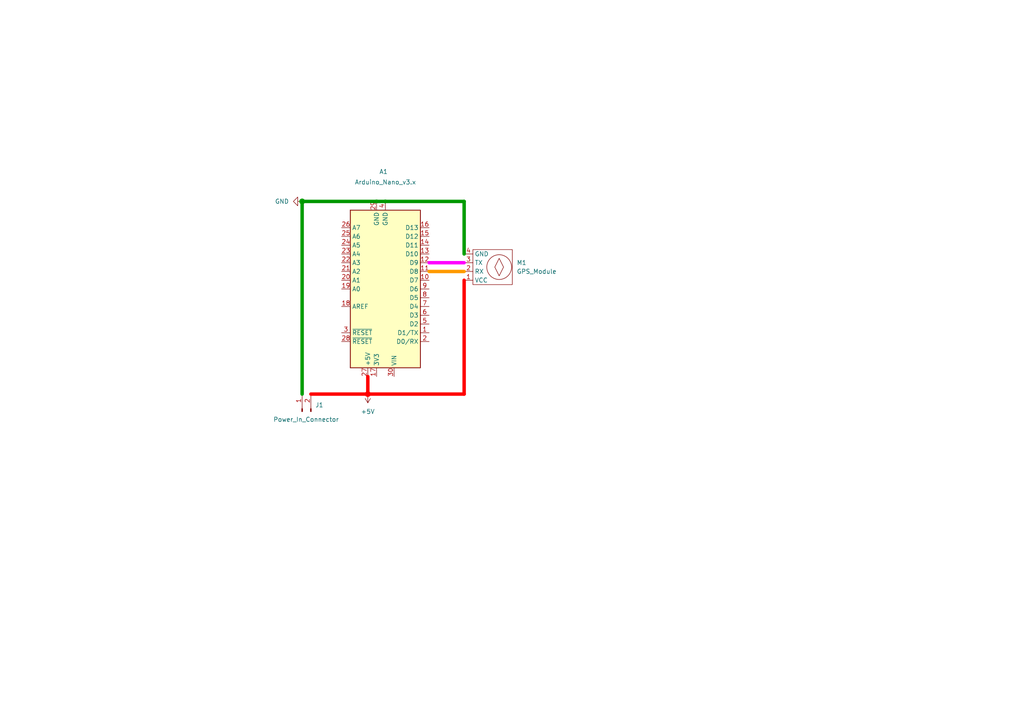
<source format=kicad_sch>
(kicad_sch
	(version 20250114)
	(generator "eeschema")
	(generator_version "9.0")
	(uuid "1e127e83-fcc0-4952-a5c0-225958276ef3")
	(paper "A4")
	(title_block
		(title "GPS Testing Board")
		(date "2025-06-04")
		(rev "1")
		(company "Ethan Sousa Projects")
	)
	(lib_symbols
		(symbol "Connector:Conn_01x02_Pin"
			(pin_names
				(offset 1.016)
				(hide yes)
			)
			(exclude_from_sim no)
			(in_bom yes)
			(on_board yes)
			(property "Reference" "J"
				(at 0 2.54 0)
				(effects
					(font
						(size 1.27 1.27)
					)
				)
			)
			(property "Value" "Conn_01x02_Pin"
				(at 0 -5.08 0)
				(effects
					(font
						(size 1.27 1.27)
					)
				)
			)
			(property "Footprint" ""
				(at 0 0 0)
				(effects
					(font
						(size 1.27 1.27)
					)
					(hide yes)
				)
			)
			(property "Datasheet" "~"
				(at 0 0 0)
				(effects
					(font
						(size 1.27 1.27)
					)
					(hide yes)
				)
			)
			(property "Description" "Generic connector, single row, 01x02, script generated"
				(at 0 0 0)
				(effects
					(font
						(size 1.27 1.27)
					)
					(hide yes)
				)
			)
			(property "ki_locked" ""
				(at 0 0 0)
				(effects
					(font
						(size 1.27 1.27)
					)
				)
			)
			(property "ki_keywords" "connector"
				(at 0 0 0)
				(effects
					(font
						(size 1.27 1.27)
					)
					(hide yes)
				)
			)
			(property "ki_fp_filters" "Connector*:*_1x??_*"
				(at 0 0 0)
				(effects
					(font
						(size 1.27 1.27)
					)
					(hide yes)
				)
			)
			(symbol "Conn_01x02_Pin_1_1"
				(rectangle
					(start 0.8636 0.127)
					(end 0 -0.127)
					(stroke
						(width 0.1524)
						(type default)
					)
					(fill
						(type outline)
					)
				)
				(rectangle
					(start 0.8636 -2.413)
					(end 0 -2.667)
					(stroke
						(width 0.1524)
						(type default)
					)
					(fill
						(type outline)
					)
				)
				(polyline
					(pts
						(xy 1.27 0) (xy 0.8636 0)
					)
					(stroke
						(width 0.1524)
						(type default)
					)
					(fill
						(type none)
					)
				)
				(polyline
					(pts
						(xy 1.27 -2.54) (xy 0.8636 -2.54)
					)
					(stroke
						(width 0.1524)
						(type default)
					)
					(fill
						(type none)
					)
				)
				(pin passive line
					(at 5.08 0 180)
					(length 3.81)
					(name "Pin_1"
						(effects
							(font
								(size 1.27 1.27)
							)
						)
					)
					(number "1"
						(effects
							(font
								(size 1.27 1.27)
							)
						)
					)
				)
				(pin passive line
					(at 5.08 -2.54 180)
					(length 3.81)
					(name "Pin_2"
						(effects
							(font
								(size 1.27 1.27)
							)
						)
					)
					(number "2"
						(effects
							(font
								(size 1.27 1.27)
							)
						)
					)
				)
			)
			(embedded_fonts no)
		)
		(symbol "GPS:GPS_Module"
			(exclude_from_sim no)
			(in_bom yes)
			(on_board yes)
			(property "Reference" "M"
				(at 0 0 0)
				(effects
					(font
						(size 1.27 1.27)
					)
				)
			)
			(property "Value" "GPS_Module"
				(at 0 0 0)
				(effects
					(font
						(size 1.27 1.27)
					)
				)
			)
			(property "Footprint" "Connector_PinSocket_2.54mm:PinSocket_1x04_P2.54mm_Vertical"
				(at 0 0 0)
				(effects
					(font
						(size 1.27 1.27)
					)
					(hide yes)
				)
			)
			(property "Datasheet" ""
				(at 0 0 0)
				(effects
					(font
						(size 1.27 1.27)
					)
					(hide yes)
				)
			)
			(property "Description" ""
				(at 0 0 0)
				(effects
					(font
						(size 1.27 1.27)
					)
					(hide yes)
				)
			)
			(property "ki_keywords" "GPS"
				(at 0 0 0)
				(effects
					(font
						(size 1.27 1.27)
					)
					(hide yes)
				)
			)
			(symbol "GPS_Module_0_1"
				(rectangle
					(start -7.62 5.08)
					(end 3.81 -5.08)
					(stroke
						(width 0)
						(type default)
					)
					(fill
						(type none)
					)
				)
				(polyline
					(pts
						(xy 0 2.54) (xy -1.27 0) (xy 0 -2.54) (xy 1.27 0) (xy 0 2.54)
					)
					(stroke
						(width 0)
						(type default)
					)
					(fill
						(type none)
					)
				)
				(circle
					(center 0 0)
					(radius 3.5921)
					(stroke
						(width 0)
						(type default)
					)
					(fill
						(type none)
					)
				)
			)
			(symbol "GPS_Module_1_1"
				(pin power_in line
					(at -10.16 3.81 0)
					(length 2.54)
					(name "GND"
						(effects
							(font
								(size 1.27 1.27)
							)
						)
					)
					(number "4"
						(effects
							(font
								(size 1.27 1.27)
							)
						)
					)
				)
				(pin bidirectional line
					(at -10.16 1.27 0)
					(length 2.54)
					(name "TX"
						(effects
							(font
								(size 1.27 1.27)
							)
						)
					)
					(number "3"
						(effects
							(font
								(size 1.27 1.27)
							)
						)
					)
				)
				(pin bidirectional line
					(at -10.16 -1.27 0)
					(length 2.54)
					(name "RX"
						(effects
							(font
								(size 1.27 1.27)
							)
						)
					)
					(number "2"
						(effects
							(font
								(size 1.27 1.27)
							)
						)
					)
				)
				(pin power_in line
					(at -10.16 -3.81 0)
					(length 2.54)
					(name "VCC"
						(effects
							(font
								(size 1.27 1.27)
							)
						)
					)
					(number "1"
						(effects
							(font
								(size 1.27 1.27)
							)
						)
					)
				)
			)
			(embedded_fonts no)
		)
		(symbol "MCU_Module:Arduino_Nano_v3.x"
			(exclude_from_sim no)
			(in_bom yes)
			(on_board yes)
			(property "Reference" "A"
				(at -10.16 23.495 0)
				(effects
					(font
						(size 1.27 1.27)
					)
					(justify left bottom)
				)
			)
			(property "Value" "Arduino_Nano_v3.x"
				(at 5.08 -24.13 0)
				(effects
					(font
						(size 1.27 1.27)
					)
					(justify left top)
				)
			)
			(property "Footprint" "Module:Arduino_Nano"
				(at 0 0 0)
				(effects
					(font
						(size 1.27 1.27)
						(italic yes)
					)
					(hide yes)
				)
			)
			(property "Datasheet" "http://www.mouser.com/pdfdocs/Gravitech_Arduino_Nano3_0.pdf"
				(at 0 0 0)
				(effects
					(font
						(size 1.27 1.27)
					)
					(hide yes)
				)
			)
			(property "Description" "Arduino Nano v3.x"
				(at 0 0 0)
				(effects
					(font
						(size 1.27 1.27)
					)
					(hide yes)
				)
			)
			(property "ki_keywords" "Arduino nano microcontroller module USB"
				(at 0 0 0)
				(effects
					(font
						(size 1.27 1.27)
					)
					(hide yes)
				)
			)
			(property "ki_fp_filters" "Arduino*Nano*"
				(at 0 0 0)
				(effects
					(font
						(size 1.27 1.27)
					)
					(hide yes)
				)
			)
			(symbol "Arduino_Nano_v3.x_0_1"
				(rectangle
					(start -10.16 22.86)
					(end 10.16 -22.86)
					(stroke
						(width 0.254)
						(type default)
					)
					(fill
						(type background)
					)
				)
			)
			(symbol "Arduino_Nano_v3.x_1_1"
				(pin bidirectional line
					(at -12.7 15.24 0)
					(length 2.54)
					(name "D0/RX"
						(effects
							(font
								(size 1.27 1.27)
							)
						)
					)
					(number "2"
						(effects
							(font
								(size 1.27 1.27)
							)
						)
					)
				)
				(pin bidirectional line
					(at -12.7 12.7 0)
					(length 2.54)
					(name "D1/TX"
						(effects
							(font
								(size 1.27 1.27)
							)
						)
					)
					(number "1"
						(effects
							(font
								(size 1.27 1.27)
							)
						)
					)
				)
				(pin bidirectional line
					(at -12.7 10.16 0)
					(length 2.54)
					(name "D2"
						(effects
							(font
								(size 1.27 1.27)
							)
						)
					)
					(number "5"
						(effects
							(font
								(size 1.27 1.27)
							)
						)
					)
				)
				(pin bidirectional line
					(at -12.7 7.62 0)
					(length 2.54)
					(name "D3"
						(effects
							(font
								(size 1.27 1.27)
							)
						)
					)
					(number "6"
						(effects
							(font
								(size 1.27 1.27)
							)
						)
					)
				)
				(pin bidirectional line
					(at -12.7 5.08 0)
					(length 2.54)
					(name "D4"
						(effects
							(font
								(size 1.27 1.27)
							)
						)
					)
					(number "7"
						(effects
							(font
								(size 1.27 1.27)
							)
						)
					)
				)
				(pin bidirectional line
					(at -12.7 2.54 0)
					(length 2.54)
					(name "D5"
						(effects
							(font
								(size 1.27 1.27)
							)
						)
					)
					(number "8"
						(effects
							(font
								(size 1.27 1.27)
							)
						)
					)
				)
				(pin bidirectional line
					(at -12.7 0 0)
					(length 2.54)
					(name "D6"
						(effects
							(font
								(size 1.27 1.27)
							)
						)
					)
					(number "9"
						(effects
							(font
								(size 1.27 1.27)
							)
						)
					)
				)
				(pin bidirectional line
					(at -12.7 -2.54 0)
					(length 2.54)
					(name "D7"
						(effects
							(font
								(size 1.27 1.27)
							)
						)
					)
					(number "10"
						(effects
							(font
								(size 1.27 1.27)
							)
						)
					)
				)
				(pin bidirectional line
					(at -12.7 -5.08 0)
					(length 2.54)
					(name "D8"
						(effects
							(font
								(size 1.27 1.27)
							)
						)
					)
					(number "11"
						(effects
							(font
								(size 1.27 1.27)
							)
						)
					)
				)
				(pin bidirectional line
					(at -12.7 -7.62 0)
					(length 2.54)
					(name "D9"
						(effects
							(font
								(size 1.27 1.27)
							)
						)
					)
					(number "12"
						(effects
							(font
								(size 1.27 1.27)
							)
						)
					)
				)
				(pin bidirectional line
					(at -12.7 -10.16 0)
					(length 2.54)
					(name "D10"
						(effects
							(font
								(size 1.27 1.27)
							)
						)
					)
					(number "13"
						(effects
							(font
								(size 1.27 1.27)
							)
						)
					)
				)
				(pin bidirectional line
					(at -12.7 -12.7 0)
					(length 2.54)
					(name "D11"
						(effects
							(font
								(size 1.27 1.27)
							)
						)
					)
					(number "14"
						(effects
							(font
								(size 1.27 1.27)
							)
						)
					)
				)
				(pin bidirectional line
					(at -12.7 -15.24 0)
					(length 2.54)
					(name "D12"
						(effects
							(font
								(size 1.27 1.27)
							)
						)
					)
					(number "15"
						(effects
							(font
								(size 1.27 1.27)
							)
						)
					)
				)
				(pin bidirectional line
					(at -12.7 -17.78 0)
					(length 2.54)
					(name "D13"
						(effects
							(font
								(size 1.27 1.27)
							)
						)
					)
					(number "16"
						(effects
							(font
								(size 1.27 1.27)
							)
						)
					)
				)
				(pin power_in line
					(at -2.54 25.4 270)
					(length 2.54)
					(name "VIN"
						(effects
							(font
								(size 1.27 1.27)
							)
						)
					)
					(number "30"
						(effects
							(font
								(size 1.27 1.27)
							)
						)
					)
				)
				(pin power_in line
					(at 0 -25.4 90)
					(length 2.54)
					(name "GND"
						(effects
							(font
								(size 1.27 1.27)
							)
						)
					)
					(number "4"
						(effects
							(font
								(size 1.27 1.27)
							)
						)
					)
				)
				(pin power_out line
					(at 2.54 25.4 270)
					(length 2.54)
					(name "3V3"
						(effects
							(font
								(size 1.27 1.27)
							)
						)
					)
					(number "17"
						(effects
							(font
								(size 1.27 1.27)
							)
						)
					)
				)
				(pin power_in line
					(at 2.54 -25.4 90)
					(length 2.54)
					(name "GND"
						(effects
							(font
								(size 1.27 1.27)
							)
						)
					)
					(number "29"
						(effects
							(font
								(size 1.27 1.27)
							)
						)
					)
				)
				(pin power_out line
					(at 5.08 25.4 270)
					(length 2.54)
					(name "+5V"
						(effects
							(font
								(size 1.27 1.27)
							)
						)
					)
					(number "27"
						(effects
							(font
								(size 1.27 1.27)
							)
						)
					)
				)
				(pin input line
					(at 12.7 15.24 180)
					(length 2.54)
					(name "~{RESET}"
						(effects
							(font
								(size 1.27 1.27)
							)
						)
					)
					(number "28"
						(effects
							(font
								(size 1.27 1.27)
							)
						)
					)
				)
				(pin input line
					(at 12.7 12.7 180)
					(length 2.54)
					(name "~{RESET}"
						(effects
							(font
								(size 1.27 1.27)
							)
						)
					)
					(number "3"
						(effects
							(font
								(size 1.27 1.27)
							)
						)
					)
				)
				(pin input line
					(at 12.7 5.08 180)
					(length 2.54)
					(name "AREF"
						(effects
							(font
								(size 1.27 1.27)
							)
						)
					)
					(number "18"
						(effects
							(font
								(size 1.27 1.27)
							)
						)
					)
				)
				(pin bidirectional line
					(at 12.7 0 180)
					(length 2.54)
					(name "A0"
						(effects
							(font
								(size 1.27 1.27)
							)
						)
					)
					(number "19"
						(effects
							(font
								(size 1.27 1.27)
							)
						)
					)
				)
				(pin bidirectional line
					(at 12.7 -2.54 180)
					(length 2.54)
					(name "A1"
						(effects
							(font
								(size 1.27 1.27)
							)
						)
					)
					(number "20"
						(effects
							(font
								(size 1.27 1.27)
							)
						)
					)
				)
				(pin bidirectional line
					(at 12.7 -5.08 180)
					(length 2.54)
					(name "A2"
						(effects
							(font
								(size 1.27 1.27)
							)
						)
					)
					(number "21"
						(effects
							(font
								(size 1.27 1.27)
							)
						)
					)
				)
				(pin bidirectional line
					(at 12.7 -7.62 180)
					(length 2.54)
					(name "A3"
						(effects
							(font
								(size 1.27 1.27)
							)
						)
					)
					(number "22"
						(effects
							(font
								(size 1.27 1.27)
							)
						)
					)
				)
				(pin bidirectional line
					(at 12.7 -10.16 180)
					(length 2.54)
					(name "A4"
						(effects
							(font
								(size 1.27 1.27)
							)
						)
					)
					(number "23"
						(effects
							(font
								(size 1.27 1.27)
							)
						)
					)
				)
				(pin bidirectional line
					(at 12.7 -12.7 180)
					(length 2.54)
					(name "A5"
						(effects
							(font
								(size 1.27 1.27)
							)
						)
					)
					(number "24"
						(effects
							(font
								(size 1.27 1.27)
							)
						)
					)
				)
				(pin bidirectional line
					(at 12.7 -15.24 180)
					(length 2.54)
					(name "A6"
						(effects
							(font
								(size 1.27 1.27)
							)
						)
					)
					(number "25"
						(effects
							(font
								(size 1.27 1.27)
							)
						)
					)
				)
				(pin bidirectional line
					(at 12.7 -17.78 180)
					(length 2.54)
					(name "A7"
						(effects
							(font
								(size 1.27 1.27)
							)
						)
					)
					(number "26"
						(effects
							(font
								(size 1.27 1.27)
							)
						)
					)
				)
			)
			(embedded_fonts no)
		)
		(symbol "power:+5V"
			(power)
			(pin_numbers
				(hide yes)
			)
			(pin_names
				(offset 0)
				(hide yes)
			)
			(exclude_from_sim no)
			(in_bom yes)
			(on_board yes)
			(property "Reference" "#PWR"
				(at 0 -3.81 0)
				(effects
					(font
						(size 1.27 1.27)
					)
					(hide yes)
				)
			)
			(property "Value" "+5V"
				(at 0 3.556 0)
				(effects
					(font
						(size 1.27 1.27)
					)
				)
			)
			(property "Footprint" ""
				(at 0 0 0)
				(effects
					(font
						(size 1.27 1.27)
					)
					(hide yes)
				)
			)
			(property "Datasheet" ""
				(at 0 0 0)
				(effects
					(font
						(size 1.27 1.27)
					)
					(hide yes)
				)
			)
			(property "Description" "Power symbol creates a global label with name \"+5V\""
				(at 0 0 0)
				(effects
					(font
						(size 1.27 1.27)
					)
					(hide yes)
				)
			)
			(property "ki_keywords" "global power"
				(at 0 0 0)
				(effects
					(font
						(size 1.27 1.27)
					)
					(hide yes)
				)
			)
			(symbol "+5V_0_1"
				(polyline
					(pts
						(xy -0.762 1.27) (xy 0 2.54)
					)
					(stroke
						(width 0)
						(type default)
					)
					(fill
						(type none)
					)
				)
				(polyline
					(pts
						(xy 0 2.54) (xy 0.762 1.27)
					)
					(stroke
						(width 0)
						(type default)
					)
					(fill
						(type none)
					)
				)
				(polyline
					(pts
						(xy 0 0) (xy 0 2.54)
					)
					(stroke
						(width 0)
						(type default)
					)
					(fill
						(type none)
					)
				)
			)
			(symbol "+5V_1_1"
				(pin power_in line
					(at 0 0 90)
					(length 0)
					(name "~"
						(effects
							(font
								(size 1.27 1.27)
							)
						)
					)
					(number "1"
						(effects
							(font
								(size 1.27 1.27)
							)
						)
					)
				)
			)
			(embedded_fonts no)
		)
		(symbol "power:GND"
			(power)
			(pin_numbers
				(hide yes)
			)
			(pin_names
				(offset 0)
				(hide yes)
			)
			(exclude_from_sim no)
			(in_bom yes)
			(on_board yes)
			(property "Reference" "#PWR"
				(at 0 -6.35 0)
				(effects
					(font
						(size 1.27 1.27)
					)
					(hide yes)
				)
			)
			(property "Value" "GND"
				(at 0 -3.81 0)
				(effects
					(font
						(size 1.27 1.27)
					)
				)
			)
			(property "Footprint" ""
				(at 0 0 0)
				(effects
					(font
						(size 1.27 1.27)
					)
					(hide yes)
				)
			)
			(property "Datasheet" ""
				(at 0 0 0)
				(effects
					(font
						(size 1.27 1.27)
					)
					(hide yes)
				)
			)
			(property "Description" "Power symbol creates a global label with name \"GND\" , ground"
				(at 0 0 0)
				(effects
					(font
						(size 1.27 1.27)
					)
					(hide yes)
				)
			)
			(property "ki_keywords" "global power"
				(at 0 0 0)
				(effects
					(font
						(size 1.27 1.27)
					)
					(hide yes)
				)
			)
			(symbol "GND_0_1"
				(polyline
					(pts
						(xy 0 0) (xy 0 -1.27) (xy 1.27 -1.27) (xy 0 -2.54) (xy -1.27 -1.27) (xy 0 -1.27)
					)
					(stroke
						(width 0)
						(type default)
					)
					(fill
						(type none)
					)
				)
			)
			(symbol "GND_1_1"
				(pin power_in line
					(at 0 0 270)
					(length 0)
					(name "~"
						(effects
							(font
								(size 1.27 1.27)
							)
						)
					)
					(number "1"
						(effects
							(font
								(size 1.27 1.27)
							)
						)
					)
				)
			)
			(embedded_fonts no)
		)
	)
	(junction
		(at 109.22 58.42)
		(diameter 0)
		(color 0 0 0 0)
		(uuid "2aa27bb7-b619-4a83-aea3-5f7169e8ec2e")
	)
	(junction
		(at 111.76 58.42)
		(diameter 0)
		(color 0 0 0 0)
		(uuid "2c8e8b91-6017-4abe-9101-960a58560807")
	)
	(junction
		(at 106.68 114.3)
		(diameter 1.5)
		(color 255 0 0 1)
		(uuid "f7cd7558-6540-4a97-b6c5-adb5b6b5b8a6")
	)
	(junction
		(at 87.63 58.42)
		(diameter 1.5)
		(color 0 0 0 0)
		(uuid "fedbf3e0-f7b9-4b96-9dd0-d0546b083234")
	)
	(wire
		(pts
			(xy 109.22 58.42) (xy 111.76 58.42)
		)
		(stroke
			(width 1)
			(type default)
		)
		(uuid "08c75d78-66d0-446b-82f0-3da2f9bca213")
	)
	(wire
		(pts
			(xy 134.62 58.42) (xy 134.62 73.66)
		)
		(stroke
			(width 1)
			(type default)
		)
		(uuid "0a2b7a3b-8227-4dc7-b81b-aa47481ceaa1")
	)
	(wire
		(pts
			(xy 106.68 114.3) (xy 106.68 109.22)
		)
		(stroke
			(width 1)
			(type default)
			(color 255 0 0 1)
		)
		(uuid "2510faa1-f9ad-4b52-88e5-51541cd21778")
	)
	(wire
		(pts
			(xy 87.63 58.42) (xy 87.63 114.3)
		)
		(stroke
			(width 1)
			(type default)
		)
		(uuid "2fee2051-74fe-4f6f-b61d-54875258148b")
	)
	(wire
		(pts
			(xy 106.68 114.3) (xy 134.62 114.3)
		)
		(stroke
			(width 1)
			(type default)
			(color 255 0 0 1)
		)
		(uuid "30b990fc-7c5b-4ffc-88dc-1167eb30fcbf")
	)
	(wire
		(pts
			(xy 124.46 76.2) (xy 134.62 76.2)
		)
		(stroke
			(width 1)
			(type default)
			(color 255 0 255 1)
		)
		(uuid "47249066-3fc3-4a63-ae5b-95b46bac15da")
	)
	(wire
		(pts
			(xy 134.62 114.3) (xy 134.62 81.28)
		)
		(stroke
			(width 1)
			(type default)
			(color 255 0 0 1)
		)
		(uuid "5d172b23-febe-41d0-a2ed-5c14a29745a1")
	)
	(wire
		(pts
			(xy 109.22 58.42) (xy 87.63 58.42)
		)
		(stroke
			(width 1)
			(type default)
		)
		(uuid "890356a2-d15c-4870-b77b-d8873840a4bf")
	)
	(wire
		(pts
			(xy 90.17 114.3) (xy 106.68 114.3)
		)
		(stroke
			(width 1)
			(type default)
			(color 255 0 0 1)
		)
		(uuid "8c32c057-b455-4c66-bba1-6adc44e44ec8")
	)
	(wire
		(pts
			(xy 111.76 58.42) (xy 134.62 58.42)
		)
		(stroke
			(width 1)
			(type default)
		)
		(uuid "8f50370a-c411-48e9-bff2-2900c064e983")
	)
	(wire
		(pts
			(xy 124.46 78.74) (xy 134.62 78.74)
		)
		(stroke
			(width 1)
			(type default)
			(color 255 153 0 1)
		)
		(uuid "ef0ca3d2-0bbe-43d6-bbb8-1307227776ad")
	)
	(symbol
		(lib_id "power:+5V")
		(at 106.68 114.3 180)
		(unit 1)
		(exclude_from_sim no)
		(in_bom yes)
		(on_board yes)
		(dnp no)
		(fields_autoplaced yes)
		(uuid "0581b5c7-984c-40c0-99b0-19b5ac3af9dd")
		(property "Reference" "#PWR01"
			(at 106.68 110.49 0)
			(effects
				(font
					(size 1.27 1.27)
				)
				(hide yes)
			)
		)
		(property "Value" "+5V"
			(at 106.68 119.38 0)
			(effects
				(font
					(size 1.27 1.27)
				)
			)
		)
		(property "Footprint" ""
			(at 106.68 114.3 0)
			(effects
				(font
					(size 1.27 1.27)
				)
				(hide yes)
			)
		)
		(property "Datasheet" ""
			(at 106.68 114.3 0)
			(effects
				(font
					(size 1.27 1.27)
				)
				(hide yes)
			)
		)
		(property "Description" "Power symbol creates a global label with name \"+5V\""
			(at 106.68 114.3 0)
			(effects
				(font
					(size 1.27 1.27)
				)
				(hide yes)
			)
		)
		(pin "1"
			(uuid "8112fa2a-3875-4fad-b597-051b75f514ad")
		)
		(instances
			(project ""
				(path "/1e127e83-fcc0-4952-a5c0-225958276ef3"
					(reference "#PWR01")
					(unit 1)
				)
			)
		)
	)
	(symbol
		(lib_id "GPS:GPS_Module")
		(at 144.78 77.47 0)
		(unit 1)
		(exclude_from_sim no)
		(in_bom yes)
		(on_board yes)
		(dnp no)
		(fields_autoplaced yes)
		(uuid "172178b0-111e-4015-af36-0bf54c2860dd")
		(property "Reference" "M1"
			(at 149.86 76.1999 0)
			(effects
				(font
					(size 1.27 1.27)
				)
				(justify left)
			)
		)
		(property "Value" "GPS_Module"
			(at 149.86 78.7399 0)
			(effects
				(font
					(size 1.27 1.27)
				)
				(justify left)
			)
		)
		(property "Footprint" "Connector_PinSocket_2.54mm:PinSocket_1x04_P2.54mm_Vertical"
			(at 144.78 77.47 0)
			(effects
				(font
					(size 1.27 1.27)
				)
				(hide yes)
			)
		)
		(property "Datasheet" ""
			(at 144.78 77.47 0)
			(effects
				(font
					(size 1.27 1.27)
				)
				(hide yes)
			)
		)
		(property "Description" ""
			(at 144.78 77.47 0)
			(effects
				(font
					(size 1.27 1.27)
				)
				(hide yes)
			)
		)
		(pin "3"
			(uuid "0d912a1b-cef8-42cd-b7e9-fec06167b4a1")
		)
		(pin "1"
			(uuid "66f12da3-7858-482e-b02e-0c6dfc74cd27")
		)
		(pin "2"
			(uuid "7ef21915-492b-46e6-8464-e7d26e2ba0dd")
		)
		(pin "4"
			(uuid "25c439cd-b43c-4e40-b1aa-79cab7c842c4")
		)
		(instances
			(project ""
				(path "/1e127e83-fcc0-4952-a5c0-225958276ef3"
					(reference "M1")
					(unit 1)
				)
			)
		)
	)
	(symbol
		(lib_id "Connector:Conn_01x02_Pin")
		(at 87.63 119.38 90)
		(unit 1)
		(exclude_from_sim no)
		(in_bom yes)
		(on_board yes)
		(dnp no)
		(uuid "68f97f64-c367-4a50-bb22-af929fef5919")
		(property "Reference" "J1"
			(at 91.44 117.4749 90)
			(effects
				(font
					(size 1.27 1.27)
				)
				(justify right)
			)
		)
		(property "Value" "Power_In_Connector"
			(at 79.248 121.666 90)
			(effects
				(font
					(size 1.27 1.27)
				)
				(justify right)
			)
		)
		(property "Footprint" "Connector_PinHeader_2.54mm:PinHeader_1x02_P2.54mm_Vertical"
			(at 87.63 119.38 0)
			(effects
				(font
					(size 1.27 1.27)
				)
				(hide yes)
			)
		)
		(property "Datasheet" "~"
			(at 87.63 119.38 0)
			(effects
				(font
					(size 1.27 1.27)
				)
				(hide yes)
			)
		)
		(property "Description" "Generic connector, single row, 01x02, script generated"
			(at 87.63 119.38 0)
			(effects
				(font
					(size 1.27 1.27)
				)
				(hide yes)
			)
		)
		(pin "2"
			(uuid "42b5ee17-53d6-4108-b0d9-1940f3e9b172")
		)
		(pin "1"
			(uuid "c306be96-07ce-4e61-aa30-5f2ce8afcd6a")
		)
		(instances
			(project ""
				(path "/1e127e83-fcc0-4952-a5c0-225958276ef3"
					(reference "J1")
					(unit 1)
				)
			)
		)
	)
	(symbol
		(lib_id "MCU_Module:Arduino_Nano_v3.x")
		(at 111.76 83.82 180)
		(unit 1)
		(exclude_from_sim no)
		(in_bom yes)
		(on_board yes)
		(dnp no)
		(uuid "b8d6d2f9-2cf7-40c6-97b7-44b0af1c2e79")
		(property "Reference" "A1"
			(at 109.982 49.784 0)
			(effects
				(font
					(size 1.27 1.27)
				)
				(justify right)
			)
		)
		(property "Value" "Arduino_Nano_v3.x"
			(at 102.87 52.832 0)
			(effects
				(font
					(size 1.27 1.27)
				)
				(justify right)
			)
		)
		(property "Footprint" "Module:Arduino_Nano"
			(at 111.76 83.82 0)
			(effects
				(font
					(size 1.27 1.27)
					(italic yes)
				)
				(hide yes)
			)
		)
		(property "Datasheet" "http://www.mouser.com/pdfdocs/Gravitech_Arduino_Nano3_0.pdf"
			(at 111.76 83.82 0)
			(effects
				(font
					(size 1.27 1.27)
				)
				(hide yes)
			)
		)
		(property "Description" "Arduino Nano v3.x"
			(at 111.76 83.82 0)
			(effects
				(font
					(size 1.27 1.27)
				)
				(hide yes)
			)
		)
		(pin "27"
			(uuid "57095a98-616e-40a4-bbc9-ae2a6d69e658")
		)
		(pin "29"
			(uuid "ec98aa07-fb9e-4b3f-b919-69195745bead")
		)
		(pin "3"
			(uuid "97befcc4-4041-4831-b7a6-081d701767d2")
		)
		(pin "6"
			(uuid "d744c1de-e1f0-472e-a65b-424e4452a3b2")
		)
		(pin "11"
			(uuid "9fdae2b7-f07b-43b3-9308-a4f94606a8c5")
		)
		(pin "24"
			(uuid "146a51e0-37ee-439f-8eb1-db9a8db51c59")
		)
		(pin "26"
			(uuid "9268dcce-c9fd-4726-8e5f-d3882f20cbcd")
		)
		(pin "8"
			(uuid "1bebe67e-d60d-42e1-b19a-2c0c13c9ce17")
		)
		(pin "12"
			(uuid "dd6e8c9c-5864-44f6-a7b5-652b239d365c")
		)
		(pin "18"
			(uuid "d6a1d49d-5e43-4166-9630-bc4b1799a365")
		)
		(pin "10"
			(uuid "b7203f0e-1fa8-4d09-af28-937ec89bcc03")
		)
		(pin "15"
			(uuid "87d2d95d-3cef-484c-b08d-f75d58e3e5c4")
		)
		(pin "14"
			(uuid "cb21684b-d0a6-4f4f-92b9-105666d51c23")
		)
		(pin "4"
			(uuid "aed684b4-eb38-4d96-8728-7701c990549b")
		)
		(pin "5"
			(uuid "83703e73-4c4c-4e03-9c79-5f583e2d6bee")
		)
		(pin "17"
			(uuid "b1fef833-54bc-4898-aa95-54abe4a33ee8")
		)
		(pin "25"
			(uuid "131d71e1-ed75-4af4-8a3e-a2497f28009a")
		)
		(pin "7"
			(uuid "75e2a89b-ce2d-4ee5-979f-b7654922dca5")
		)
		(pin "2"
			(uuid "0fdfd26c-ff95-4a5d-98a6-86ffe19ca422")
		)
		(pin "9"
			(uuid "3962134e-7822-4f74-b88a-79f1588b0bb9")
		)
		(pin "28"
			(uuid "fd18da00-a3a7-48a1-9b9e-28b69d44856b")
		)
		(pin "21"
			(uuid "99103cc1-85aa-45ba-a239-da9b97655b89")
		)
		(pin "13"
			(uuid "35f114b4-d45a-4298-a9dc-7d1f2565eea3")
		)
		(pin "22"
			(uuid "17801c3c-dce0-49b3-a217-d666bb4d3b7b")
		)
		(pin "16"
			(uuid "fefca6f3-cf86-4365-8169-d3e7df2ff050")
		)
		(pin "20"
			(uuid "1aac291e-b9af-4a71-9c8d-66eb225e9fbe")
		)
		(pin "1"
			(uuid "a115ed96-5211-4191-8507-c83b615459fe")
		)
		(pin "30"
			(uuid "03578b61-baaa-40fa-afdc-4f5cd240fb43")
		)
		(pin "23"
			(uuid "bb4ed522-ccb9-46ea-9023-b693b558dbbc")
		)
		(pin "19"
			(uuid "7186e31f-f95a-4b6e-9edc-ecfa8b512cc1")
		)
		(instances
			(project ""
				(path "/1e127e83-fcc0-4952-a5c0-225958276ef3"
					(reference "A1")
					(unit 1)
				)
			)
		)
	)
	(symbol
		(lib_id "power:GND")
		(at 87.63 58.42 270)
		(unit 1)
		(exclude_from_sim no)
		(in_bom yes)
		(on_board yes)
		(dnp no)
		(fields_autoplaced yes)
		(uuid "dbc446da-6a8c-4870-99e6-c41b102474f5")
		(property "Reference" "#PWR02"
			(at 81.28 58.42 0)
			(effects
				(font
					(size 1.27 1.27)
				)
				(hide yes)
			)
		)
		(property "Value" "GND"
			(at 83.82 58.4199 90)
			(effects
				(font
					(size 1.27 1.27)
				)
				(justify right)
			)
		)
		(property "Footprint" ""
			(at 87.63 58.42 0)
			(effects
				(font
					(size 1.27 1.27)
				)
				(hide yes)
			)
		)
		(property "Datasheet" ""
			(at 87.63 58.42 0)
			(effects
				(font
					(size 1.27 1.27)
				)
				(hide yes)
			)
		)
		(property "Description" "Power symbol creates a global label with name \"GND\" , ground"
			(at 87.63 58.42 0)
			(effects
				(font
					(size 1.27 1.27)
				)
				(hide yes)
			)
		)
		(pin "1"
			(uuid "619f962f-576c-4e39-a667-ecd6f4abda53")
		)
		(instances
			(project ""
				(path "/1e127e83-fcc0-4952-a5c0-225958276ef3"
					(reference "#PWR02")
					(unit 1)
				)
			)
		)
	)
	(sheet_instances
		(path "/"
			(page "1")
		)
	)
	(embedded_fonts no)
)

</source>
